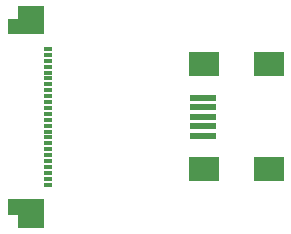
<source format=gbr>
%TF.GenerationSoftware,KiCad,Pcbnew,(5.1.12)-1*%
%TF.CreationDate,2022-05-16T16:27:55-04:00*%
%TF.ProjectId,flex_interface_x4,666c6578-5f69-46e7-9465-72666163655f,rev?*%
%TF.SameCoordinates,Original*%
%TF.FileFunction,Paste,Top*%
%TF.FilePolarity,Positive*%
%FSLAX46Y46*%
G04 Gerber Fmt 4.6, Leading zero omitted, Abs format (unit mm)*
G04 Created by KiCad (PCBNEW (5.1.12)-1) date 2022-05-16 16:27:55*
%MOMM*%
%LPD*%
G01*
G04 APERTURE LIST*
%ADD10C,0.100000*%
%ADD11R,2.500000X2.000000*%
%ADD12R,2.300000X0.500000*%
%ADD13R,0.800001X0.299999*%
%ADD14R,1.000001X1.000001*%
G04 APERTURE END LIST*
D10*
%TO.C,J2*%
G36*
X85490002Y-109869747D02*
G01*
X85490002Y-112269748D01*
X83290001Y-112269748D01*
X83290001Y-111169747D01*
X82440003Y-111169747D01*
X82440003Y-109869747D01*
X85490002Y-109869747D01*
G37*
G36*
X85490002Y-95869755D02*
G01*
X85490002Y-93469755D01*
X83290001Y-93469755D01*
X83290001Y-94569755D01*
X82440003Y-94569755D01*
X82440003Y-95869755D01*
X85490002Y-95869755D01*
G37*
%TD*%
D11*
%TO.C,J1*%
X99100000Y-107320000D03*
X99100000Y-98420000D03*
X104600000Y-107320000D03*
X104600000Y-98420000D03*
D12*
X99000000Y-104470000D03*
X99000000Y-103670000D03*
X99000000Y-102870000D03*
X99000000Y-102070000D03*
X99000000Y-101270000D03*
%TD*%
D13*
%TO.C,J2*%
X85890001Y-107619752D03*
X85890001Y-97119752D03*
X85890001Y-97619751D03*
X85890001Y-98119753D03*
X85890001Y-98619752D03*
X85890001Y-99119753D03*
X85890001Y-99619752D03*
X85890001Y-100119751D03*
X85890001Y-100619753D03*
X85890001Y-101119752D03*
X85890001Y-101619754D03*
X85890001Y-102119753D03*
X85890001Y-102619752D03*
X85890001Y-103119753D03*
X85890001Y-103619752D03*
X85890001Y-104119754D03*
X85890001Y-104619753D03*
X85890001Y-105119752D03*
X85890001Y-105619753D03*
X85890001Y-106119752D03*
X85890001Y-106619754D03*
X85890001Y-107119753D03*
D14*
X84290002Y-94620250D03*
X84290002Y-111119750D03*
D13*
X85890001Y-108119753D03*
X85890001Y-108619752D03*
%TD*%
M02*

</source>
